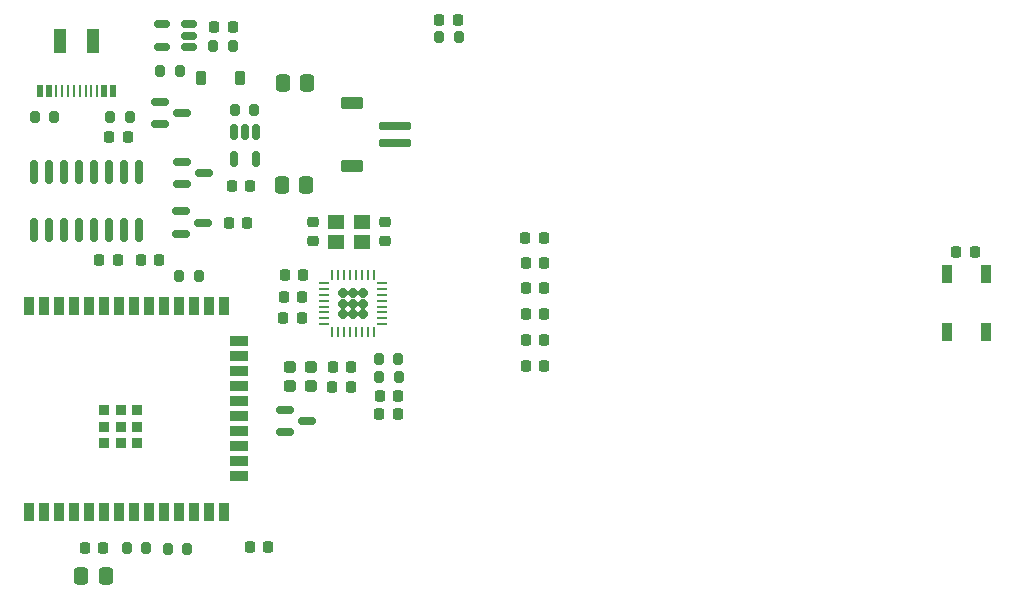
<source format=gbr>
%TF.GenerationSoftware,KiCad,Pcbnew,8.0.5*%
%TF.CreationDate,2024-11-26T11:55:41+00:00*%
%TF.ProjectId,NFC_ESP32,4e46435f-4553-4503-9332-2e6b69636164,rev?*%
%TF.SameCoordinates,Original*%
%TF.FileFunction,Paste,Top*%
%TF.FilePolarity,Positive*%
%FSLAX46Y46*%
G04 Gerber Fmt 4.6, Leading zero omitted, Abs format (unit mm)*
G04 Created by KiCad (PCBNEW 8.0.5) date 2024-11-26 11:55:41*
%MOMM*%
%LPD*%
G01*
G04 APERTURE LIST*
G04 Aperture macros list*
%AMRoundRect*
0 Rectangle with rounded corners*
0 $1 Rounding radius*
0 $2 $3 $4 $5 $6 $7 $8 $9 X,Y pos of 4 corners*
0 Add a 4 corners polygon primitive as box body*
4,1,4,$2,$3,$4,$5,$6,$7,$8,$9,$2,$3,0*
0 Add four circle primitives for the rounded corners*
1,1,$1+$1,$2,$3*
1,1,$1+$1,$4,$5*
1,1,$1+$1,$6,$7*
1,1,$1+$1,$8,$9*
0 Add four rect primitives between the rounded corners*
20,1,$1+$1,$2,$3,$4,$5,0*
20,1,$1+$1,$4,$5,$6,$7,0*
20,1,$1+$1,$6,$7,$8,$9,0*
20,1,$1+$1,$8,$9,$2,$3,0*%
%AMFreePoly0*
4,1,25,0.216970,0.362682,0.238454,0.345370,0.345370,0.238454,0.380221,0.174629,0.383170,0.147196,0.383170,-0.147196,0.362682,-0.216970,0.345370,-0.238454,0.238454,-0.345370,0.174629,-0.380221,0.147196,-0.383170,-0.147196,-0.383170,-0.216970,-0.362682,-0.238454,-0.345370,-0.345370,-0.238454,-0.380221,-0.174629,-0.383170,-0.147196,-0.383170,0.147196,-0.362682,0.216970,-0.345370,0.238454,
-0.238454,0.345370,-0.174629,0.380221,-0.147196,0.383170,0.147196,0.383170,0.216970,0.362682,0.216970,0.362682,$1*%
G04 Aperture macros list end*
%ADD10RoundRect,0.150000X0.512500X0.150000X-0.512500X0.150000X-0.512500X-0.150000X0.512500X-0.150000X0*%
%ADD11RoundRect,0.225000X0.225000X0.250000X-0.225000X0.250000X-0.225000X-0.250000X0.225000X-0.250000X0*%
%ADD12RoundRect,0.225000X-0.225000X-0.250000X0.225000X-0.250000X0.225000X0.250000X-0.225000X0.250000X0*%
%ADD13RoundRect,0.200000X0.200000X0.275000X-0.200000X0.275000X-0.200000X-0.275000X0.200000X-0.275000X0*%
%ADD14RoundRect,0.150000X-0.587500X-0.150000X0.587500X-0.150000X0.587500X0.150000X-0.587500X0.150000X0*%
%ADD15RoundRect,0.200000X-0.200000X-0.275000X0.200000X-0.275000X0.200000X0.275000X-0.200000X0.275000X0*%
%ADD16R,1.000000X2.000000*%
%ADD17R,0.520000X1.000000*%
%ADD18R,0.270000X1.000000*%
%ADD19RoundRect,0.150000X-0.150000X0.825000X-0.150000X-0.825000X0.150000X-0.825000X0.150000X0.825000X0*%
%ADD20R,0.900000X1.500000*%
%ADD21R,1.500000X0.900000*%
%ADD22R,0.900000X0.900000*%
%ADD23RoundRect,0.237500X-0.287500X-0.237500X0.287500X-0.237500X0.287500X0.237500X-0.287500X0.237500X0*%
%ADD24RoundRect,0.175000X-1.175000X0.175000X-1.175000X-0.175000X1.175000X-0.175000X1.175000X0.175000X0*%
%ADD25RoundRect,0.250000X-0.700000X0.300000X-0.700000X-0.300000X0.700000X-0.300000X0.700000X0.300000X0*%
%ADD26RoundRect,0.225000X0.250000X-0.225000X0.250000X0.225000X-0.250000X0.225000X-0.250000X-0.225000X0*%
%ADD27R,1.400000X1.200000*%
%ADD28FreePoly0,0.000000*%
%ADD29RoundRect,0.062500X-0.375000X-0.062500X0.375000X-0.062500X0.375000X0.062500X-0.375000X0.062500X0*%
%ADD30RoundRect,0.062500X-0.062500X-0.375000X0.062500X-0.375000X0.062500X0.375000X-0.062500X0.375000X0*%
%ADD31RoundRect,0.250000X-0.337500X-0.475000X0.337500X-0.475000X0.337500X0.475000X-0.337500X0.475000X0*%
%ADD32RoundRect,0.250000X0.337500X0.475000X-0.337500X0.475000X-0.337500X-0.475000X0.337500X-0.475000X0*%
%ADD33RoundRect,0.150000X-0.150000X0.512500X-0.150000X-0.512500X0.150000X-0.512500X0.150000X0.512500X0*%
%ADD34RoundRect,0.218750X-0.218750X-0.256250X0.218750X-0.256250X0.218750X0.256250X-0.218750X0.256250X0*%
%ADD35RoundRect,0.218750X0.218750X0.256250X-0.218750X0.256250X-0.218750X-0.256250X0.218750X-0.256250X0*%
%ADD36RoundRect,0.225000X0.225000X0.375000X-0.225000X0.375000X-0.225000X-0.375000X0.225000X-0.375000X0*%
G04 APERTURE END LIST*
D10*
%TO.C,U3*%
X121030000Y-33330000D03*
X121030000Y-32380000D03*
X121030000Y-31430000D03*
X118755000Y-31430000D03*
X118755000Y-33330000D03*
%TD*%
D11*
%TO.C,C21*%
X130535000Y-56320000D03*
X128985000Y-56320000D03*
%TD*%
%TO.C,C20*%
X130595000Y-54510000D03*
X129045000Y-54510000D03*
%TD*%
D12*
%TO.C,C11*%
X133167500Y-60440000D03*
X134717500Y-60440000D03*
%TD*%
D13*
%TO.C,R11*%
X117385000Y-75740000D03*
X115735000Y-75740000D03*
%TD*%
D14*
%TO.C,Q2*%
X120302500Y-47267500D03*
X120302500Y-49167500D03*
X122177500Y-48217500D03*
%TD*%
D15*
%TO.C,R7*%
X119215000Y-75820000D03*
X120865000Y-75820000D03*
%TD*%
D16*
%TO.C,J1*%
X112900000Y-32850000D03*
X110100000Y-32850000D03*
D17*
X114600000Y-37050000D03*
X113850000Y-37050000D03*
D18*
X113250000Y-37050000D03*
X111750000Y-37050000D03*
X110750000Y-37050000D03*
X109750000Y-37050000D03*
D17*
X109150000Y-37050000D03*
X108400000Y-37050000D03*
X108400000Y-37050000D03*
X109150000Y-37050000D03*
D18*
X110250000Y-37050000D03*
X111250000Y-37050000D03*
X112250000Y-37050000D03*
X112750000Y-37050000D03*
D17*
X113850000Y-37050000D03*
X114600000Y-37050000D03*
%TD*%
D19*
%TO.C,U2*%
X116750000Y-43930000D03*
X115480000Y-43930000D03*
X114210000Y-43930000D03*
X112940000Y-43930000D03*
X111670000Y-43930000D03*
X110400000Y-43930000D03*
X109130000Y-43930000D03*
X107860000Y-43930000D03*
X107860000Y-48880000D03*
X109130000Y-48880000D03*
X110400000Y-48880000D03*
X111670000Y-48880000D03*
X112940000Y-48880000D03*
X114210000Y-48880000D03*
X115480000Y-48880000D03*
X116750000Y-48880000D03*
%TD*%
D14*
%TO.C,Q3*%
X118540000Y-38000000D03*
X118540000Y-39900000D03*
X120415000Y-38950000D03*
%TD*%
D20*
%TO.C,U1*%
X107500000Y-72750000D03*
X108770000Y-72750000D03*
X110040000Y-72750000D03*
X111310000Y-72750000D03*
X112580000Y-72750000D03*
X113850000Y-72750000D03*
X115120000Y-72750000D03*
X116390000Y-72750000D03*
X117660000Y-72750000D03*
X118930000Y-72750000D03*
X120200000Y-72750000D03*
X121470000Y-72750000D03*
X122740000Y-72750000D03*
X124010000Y-72750000D03*
D21*
X125260000Y-69710000D03*
X125260000Y-68440000D03*
X125260000Y-67170000D03*
X125260000Y-65900000D03*
X125260000Y-64630000D03*
X125260000Y-63360000D03*
X125260000Y-62090000D03*
X125260000Y-60820000D03*
X125260000Y-59550000D03*
X125260000Y-58280000D03*
D20*
X124010000Y-55250000D03*
X122740000Y-55250000D03*
X121470000Y-55250000D03*
X120200000Y-55250000D03*
X118930000Y-55250000D03*
X117660000Y-55250000D03*
X116390000Y-55250000D03*
X115120000Y-55250000D03*
X113850000Y-55250000D03*
X112580000Y-55250000D03*
X111310000Y-55250000D03*
X110040000Y-55250000D03*
X108770000Y-55250000D03*
X107500000Y-55250000D03*
D22*
X113820000Y-66900000D03*
X115220000Y-66900000D03*
X116620000Y-66900000D03*
X113820000Y-65500000D03*
X115220000Y-65500000D03*
X116620000Y-65500000D03*
X113820000Y-64100000D03*
X115220000Y-64100000D03*
X116620000Y-64100000D03*
%TD*%
D12*
%TO.C,C18*%
X149515000Y-55920000D03*
X151065000Y-55920000D03*
%TD*%
D23*
%TO.C,L1*%
X129577500Y-60460000D03*
X131327500Y-60460000D03*
%TD*%
D12*
%TO.C,C2*%
X124395000Y-48230000D03*
X125945000Y-48230000D03*
%TD*%
D13*
%TO.C,R3*%
X126530000Y-38645000D03*
X124880000Y-38645000D03*
%TD*%
D11*
%TO.C,C14*%
X151025000Y-49490000D03*
X149475000Y-49490000D03*
%TD*%
D15*
%TO.C,R4*%
X114345000Y-39270000D03*
X115995000Y-39270000D03*
%TD*%
D12*
%TO.C,C16*%
X149537500Y-58150000D03*
X151087500Y-58150000D03*
%TD*%
%TO.C,C26*%
X137145000Y-62880000D03*
X138695000Y-62880000D03*
%TD*%
D11*
%TO.C,C25*%
X127677500Y-75690000D03*
X126127500Y-75690000D03*
%TD*%
D24*
%TO.C,J2*%
X138470000Y-40000000D03*
X138470000Y-41500000D03*
D25*
X134770000Y-38050000D03*
X134770000Y-43450000D03*
%TD*%
D26*
%TO.C,C9*%
X137622500Y-49755000D03*
X137622500Y-48205000D03*
%TD*%
D11*
%TO.C,C19*%
X130695000Y-52690000D03*
X129145000Y-52690000D03*
%TD*%
D15*
%TO.C,R6*%
X120195000Y-52770000D03*
X121845000Y-52770000D03*
%TD*%
D13*
%TO.C,R5*%
X109575000Y-39300000D03*
X107925000Y-39300000D03*
%TD*%
D11*
%TO.C,C24*%
X187535000Y-50680000D03*
X185985000Y-50680000D03*
%TD*%
D13*
%TO.C,R10*%
X143825000Y-32522500D03*
X142175000Y-32522500D03*
%TD*%
D11*
%TO.C,C15*%
X151065000Y-51650000D03*
X149515000Y-51650000D03*
%TD*%
D27*
%TO.C,Y1*%
X133432500Y-49840000D03*
X135632500Y-49840000D03*
X135632500Y-48140000D03*
X133432500Y-48140000D03*
%TD*%
D23*
%TO.C,L2*%
X129573750Y-62080000D03*
X131323750Y-62080000D03*
%TD*%
D12*
%TO.C,C13*%
X149525000Y-53760000D03*
X151075000Y-53760000D03*
%TD*%
D15*
%TO.C,R9*%
X137085000Y-59775000D03*
X138735000Y-59775000D03*
%TD*%
D26*
%TO.C,C8*%
X131472500Y-49755000D03*
X131472500Y-48205000D03*
%TD*%
D28*
%TO.C,U5*%
X134033333Y-54203333D03*
X134033333Y-55070000D03*
X134033333Y-55936667D03*
X134900000Y-54203333D03*
X134900000Y-55070000D03*
X134900000Y-55936667D03*
X135766667Y-54203333D03*
X135766667Y-55070000D03*
X135766667Y-55936667D03*
D29*
X132462500Y-53320000D03*
X132462500Y-53820000D03*
X132462500Y-54320000D03*
X132462500Y-54820000D03*
X132462500Y-55320000D03*
X132462500Y-55820000D03*
X132462500Y-56320000D03*
X132462500Y-56820000D03*
D30*
X133150000Y-57507500D03*
X133650000Y-57507500D03*
X134150000Y-57507500D03*
X134650000Y-57507500D03*
X135150000Y-57507500D03*
X135650000Y-57507500D03*
X136150000Y-57507500D03*
X136650000Y-57507500D03*
D29*
X137337500Y-56820000D03*
X137337500Y-56320000D03*
X137337500Y-55820000D03*
X137337500Y-55320000D03*
X137337500Y-54820000D03*
X137337500Y-54320000D03*
X137337500Y-53820000D03*
X137337500Y-53320000D03*
D30*
X136650000Y-52632500D03*
X136150000Y-52632500D03*
X135650000Y-52632500D03*
X135150000Y-52632500D03*
X134650000Y-52632500D03*
X134150000Y-52632500D03*
X133650000Y-52632500D03*
X133150000Y-52632500D03*
%TD*%
D31*
%TO.C,C4*%
X128862500Y-45070000D03*
X130937500Y-45070000D03*
%TD*%
D11*
%TO.C,C5*%
X126165000Y-45120000D03*
X124615000Y-45120000D03*
%TD*%
D12*
%TO.C,C7*%
X114255000Y-40950000D03*
X115805000Y-40950000D03*
%TD*%
%TO.C,C10*%
X137130000Y-64450000D03*
X138680000Y-64450000D03*
%TD*%
D13*
%TO.C,R8*%
X138745000Y-61320000D03*
X137095000Y-61320000D03*
%TD*%
D32*
%TO.C,C22*%
X113957500Y-78150000D03*
X111882500Y-78150000D03*
%TD*%
D15*
%TO.C,R2*%
X118565000Y-35380000D03*
X120215000Y-35380000D03*
%TD*%
D11*
%TO.C,C1*%
X114965000Y-51400000D03*
X113415000Y-51400000D03*
%TD*%
D14*
%TO.C,Q1*%
X120402500Y-43067500D03*
X120402500Y-44967500D03*
X122277500Y-44017500D03*
%TD*%
%TO.C,Q5*%
X129115000Y-64050000D03*
X129115000Y-65950000D03*
X130990000Y-65000000D03*
%TD*%
D33*
%TO.C,U4*%
X126710000Y-40560000D03*
X125760000Y-40560000D03*
X124810000Y-40560000D03*
X124810000Y-42835000D03*
X126710000Y-42835000D03*
%TD*%
D11*
%TO.C,C12*%
X134703750Y-62110000D03*
X133153750Y-62110000D03*
%TD*%
D34*
%TO.C,D1*%
X123132500Y-31620000D03*
X124707500Y-31620000D03*
%TD*%
D35*
%TO.C,D3*%
X143760000Y-31022500D03*
X142185000Y-31022500D03*
%TD*%
D20*
%TO.C,D4*%
X188450000Y-52550000D03*
X185150000Y-52550000D03*
X185150000Y-57450000D03*
X188450000Y-57450000D03*
%TD*%
D36*
%TO.C,D2*%
X125337500Y-35990000D03*
X122037500Y-35990000D03*
%TD*%
D12*
%TO.C,C17*%
X149545000Y-60390000D03*
X151095000Y-60390000D03*
%TD*%
D13*
%TO.C,R1*%
X124695000Y-33280000D03*
X123045000Y-33280000D03*
%TD*%
D12*
%TO.C,C6*%
X116925000Y-51410000D03*
X118475000Y-51410000D03*
%TD*%
D31*
%TO.C,C3*%
X128962500Y-36360000D03*
X131037500Y-36360000D03*
%TD*%
D11*
%TO.C,C23*%
X113742500Y-75730000D03*
X112192500Y-75730000D03*
%TD*%
M02*

</source>
